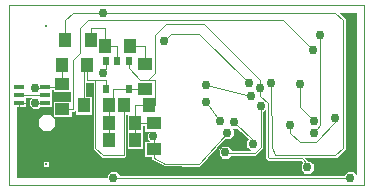
<source format=gbr>
G04 PROTEUS GERBER X2 FILE*
%TF.GenerationSoftware,Labcenter,Proteus,8.5-SP0-Build22067*%
%TF.CreationDate,2018-05-10T14:10:55+00:00*%
%TF.FileFunction,Copper,L16,Bot*%
%TF.FilePolarity,Positive*%
%TF.Part,Single*%
%FSLAX45Y45*%
%MOMM*%
G01*
%TA.AperFunction,Conductor*%
%ADD10C,0.100000*%
%TA.AperFunction,ViaPad*%
%ADD11C,0.762000*%
%AMPPAD003*
4,1,20,
-0.063500,-0.038100,
-0.063500,0.038100,
-0.061540,0.048090,
-0.056160,0.056160,
-0.048090,0.061540,
-0.038100,0.063500,
0.038100,0.063500,
0.048090,0.061540,
0.056160,0.056160,
0.061540,0.048090,
0.063500,0.038100,
0.063500,-0.038100,
0.061540,-0.048090,
0.056160,-0.056160,
0.048090,-0.061540,
0.038100,-0.063500,
-0.038100,-0.063500,
-0.048090,-0.061540,
-0.056160,-0.056160,
-0.061540,-0.048090,
-0.063500,-0.038100,
0*%
%TA.AperFunction,WasherPad*%
%ADD13PPAD003*%
%TA.AperFunction,SMDPad,CuDef*%
%ADD29R,0.508000X0.635000*%
%ADD15R,1.016000X1.270000*%
%ADD26R,1.270000X1.016000*%
%ADD72R,0.889000X0.406400*%
%TA.AperFunction,Profile*%
%ADD28C,0.101600*%
G36*
X+1446500Y-669088D02*
X+1420113Y-642701D01*
X+1373887Y-642701D01*
X+1341201Y-675387D01*
X+1341201Y-675801D01*
X-554201Y-675801D01*
X-554201Y-675387D01*
X-586887Y-642701D01*
X-633113Y-642701D01*
X-665799Y-675387D01*
X-665799Y-696500D01*
X-1426500Y-696500D01*
X-1426500Y-103019D01*
X-1347851Y-103019D01*
X-1347851Y-22699D01*
X-1308111Y-22699D01*
X-1325799Y-40387D01*
X-1325799Y-86613D01*
X-1293113Y-119299D01*
X-1246887Y-119299D01*
X-1230607Y-103019D01*
X-1127851Y-103019D01*
X-1127851Y+42301D01*
X-1124559Y+42301D01*
X-1124559Y+24981D01*
X-975199Y+24981D01*
X-975199Y-51381D01*
X-1124559Y-51381D01*
X-1124559Y-182629D01*
X-1149887Y-157301D01*
X-1210113Y-157301D01*
X-1252699Y-199887D01*
X-1252699Y-260113D01*
X-1210113Y-302699D01*
X-1149887Y-302699D01*
X-1107301Y-260113D01*
X-1107301Y-199887D01*
X-1118809Y-188379D01*
X-962161Y-188379D01*
X-962161Y-142579D01*
X-943099Y-142579D01*
X-931859Y-131339D01*
X-931859Y-167719D01*
X-794861Y-167719D01*
X-794861Y-5321D01*
X-840661Y-5321D01*
X-840661Y+105560D01*
X-839402Y+104301D01*
X-784699Y+104301D01*
X-784699Y-453901D01*
X-707901Y-530699D01*
X-513959Y-530699D01*
X-500661Y-517401D01*
X-500661Y-167719D01*
X-498499Y-167719D01*
X-498499Y-457719D01*
X-361501Y-457719D01*
X-361501Y-262699D01*
X-351199Y-262699D01*
X-351199Y-308499D01*
X-312779Y-308499D01*
X-327172Y-322892D01*
X-327172Y-369118D01*
X-311429Y-384861D01*
X-351199Y-384861D01*
X-351199Y-521859D01*
X-292699Y-521859D01*
X-292699Y-537200D01*
X-286128Y-548045D01*
X-178455Y-604272D01*
X+116936Y-608923D01*
X+125993Y-604952D01*
X+333315Y-373299D01*
X+375253Y-373299D01*
X+407939Y-340613D01*
X+407939Y-294387D01*
X+399351Y-285799D01*
X+433113Y-285799D01*
X+434555Y-284357D01*
X+531690Y-374918D01*
X+515701Y-390907D01*
X+515701Y-437133D01*
X+544738Y-466170D01*
X+391454Y-466170D01*
X+391454Y-460666D01*
X+358768Y-427980D01*
X+312542Y-427980D01*
X+279856Y-460666D01*
X+279856Y-506892D01*
X+312542Y-539578D01*
X+358768Y-539578D01*
X+386778Y-511568D01*
X+600032Y-511568D01*
X+660371Y-451229D01*
X+660371Y-144241D01*
X+660785Y-144241D01*
X+675801Y-129225D01*
X+675801Y-531890D01*
X+700644Y-556733D01*
X+974633Y-556733D01*
X+989494Y-571594D01*
X+974201Y-586887D01*
X+974201Y-633113D01*
X+1006887Y-665799D01*
X+1053113Y-665799D01*
X+1085799Y-633113D01*
X+1085799Y-586887D01*
X+1053113Y-554201D01*
X+1036301Y-554201D01*
X+1012799Y-530699D01*
X+1279401Y-530699D01*
X+1356199Y-453901D01*
X+1356199Y+644401D01*
X+1304100Y+696500D01*
X+1446500Y+696500D01*
X+1446500Y-669088D01*
G37*
%LPC*%
G36*
X-1204049Y-609049D02*
X-1204049Y-560951D01*
X-1155951Y-560951D01*
X-1155951Y-609049D01*
X-1204049Y-609049D01*
G37*
G36*
X-262810Y-644962D02*
X-262810Y-625038D01*
X-248722Y-610950D01*
X-228798Y-610950D01*
X-214710Y-625038D01*
X-214710Y-644962D01*
X-228798Y-659050D01*
X-248722Y-659050D01*
X-262810Y-644962D01*
G37*
%LPD*%
D10*
X-1190000Y+0D02*
X-1190000Y-1D01*
X-1270000Y-1D01*
X-1270001Y+0D01*
X-1410000Y+0D01*
X-1190000Y+65000D02*
X-1043360Y+65000D01*
X-1043360Y+93480D01*
X-1043360Y+253480D01*
X-1270000Y-63500D02*
X-1268500Y-65000D01*
X-1190000Y-65000D01*
X-1190000Y+65000D02*
X-1190000Y+63500D01*
X-1270000Y+63500D01*
X-762000Y+127000D02*
X-669880Y+127000D01*
X-669880Y+51560D01*
X-830000Y+127000D02*
X-762000Y+127000D01*
X-762000Y+51560D02*
X-762000Y-444500D01*
X-698500Y-508000D01*
X-523360Y-508000D01*
X-523360Y-86520D01*
X-762000Y+51560D02*
X-762000Y+127000D01*
X-830000Y+253480D02*
X-830000Y+127000D01*
X-683360Y+413480D02*
X-575900Y+413480D01*
X-575900Y+290320D01*
X-683360Y+413480D02*
X-683360Y+571500D01*
X-803360Y+571500D01*
X-803360Y+463480D01*
X-470000Y+413480D02*
X-343360Y+413480D01*
X-343360Y+263480D01*
X+1079500Y+381000D02*
X+825500Y+635000D01*
X-825500Y+635000D01*
X-889000Y+571500D01*
X-889000Y+358480D01*
X-952500Y+294980D01*
X-952500Y-119880D01*
X-1043360Y-119880D01*
X-643360Y-236520D02*
X-643360Y-376520D01*
X-698500Y+698500D02*
X-952500Y+698500D01*
X-1016720Y+634280D01*
X-1016720Y+463480D01*
X-698500Y+190500D02*
X-669880Y+219120D01*
X-669880Y+290320D01*
X-430000Y-240000D02*
X-270000Y-240000D01*
X-430000Y-240000D02*
X-430000Y-376520D01*
X-317500Y+127000D02*
X-381000Y+127000D01*
X-479380Y+225380D01*
X-479380Y+290320D01*
X-310000Y-86520D02*
X-430000Y-86520D01*
X-430000Y-236520D01*
X-310000Y-86520D02*
X-254000Y-86520D01*
X-254000Y+127000D01*
X-317500Y+127000D01*
X-430000Y-236520D02*
X-430000Y-240000D01*
X-610000Y-698500D02*
X+1397000Y-698500D01*
X-830000Y+253480D02*
X-863360Y+253480D01*
X-863360Y-86520D01*
X-650000Y-86520D02*
X-650000Y-236520D01*
X-643360Y-236520D01*
X-479380Y+51560D02*
X-610000Y+51560D01*
X-610000Y-86520D01*
X-650000Y-86520D01*
X-479380Y+51560D02*
X-479380Y+50000D01*
X-343360Y+50000D01*
X-343360Y+50120D01*
X+637672Y-88442D02*
X+637672Y-441828D01*
X+590631Y-488869D01*
X+340745Y-488869D01*
X+335655Y-483779D01*
X-270000Y-453360D02*
X-270000Y-347378D01*
X-271373Y-346005D01*
X+553720Y-5080D02*
X+177800Y+88900D01*
X+1030000Y-610000D02*
X+1030000Y-580000D01*
X+984034Y-534034D01*
X+710047Y-534034D01*
X+698500Y-522487D01*
X+698500Y-68500D01*
X+635000Y-5000D01*
X+635000Y+63500D01*
X-698500Y+698500D02*
X+1270000Y+698500D01*
X+1333500Y+635000D01*
X+1333500Y-444500D01*
X+1270000Y-508000D01*
X+762000Y-508000D01*
X+730000Y-440000D01*
X+723900Y+104140D01*
X+352140Y-317500D02*
X+112350Y-586150D01*
X-172720Y-581660D01*
X-270000Y-530860D01*
X-270000Y-453360D01*
X-238760Y-635000D02*
X-259000Y-630000D01*
X-830000Y-630000D01*
X-970000Y-670000D01*
X-1330000Y-670000D01*
X-1410000Y-558500D01*
X-1410000Y-65000D01*
X+571500Y-414020D02*
X+571500Y-381000D01*
X+410000Y-230000D01*
X+1270000Y-190500D02*
X+1270000Y-231140D01*
X+1102360Y-398780D01*
X+970280Y-398780D01*
X+889000Y-317500D01*
X+889000Y-254000D01*
X+1143000Y+508000D02*
X+1143000Y-254000D01*
X+1090263Y-324591D01*
X+970000Y+90000D02*
X+970000Y-103584D01*
X+1084580Y-218440D01*
X+170000Y-60000D02*
X+294488Y-221954D01*
X-317500Y+127000D02*
X-254000Y+190500D01*
X-254000Y+508000D01*
X-163270Y+598730D01*
X+160730Y+598730D01*
X+635000Y+124460D01*
X+635000Y+63500D01*
X+533936Y+100404D02*
X+116662Y+517678D01*
X-123890Y+517678D01*
X-180329Y+461239D01*
D11*
X-1270000Y-63500D03*
X-1270000Y+63500D03*
X+1079500Y+381000D03*
X-698500Y+190500D03*
X+1397000Y-698500D03*
X-610000Y-698500D03*
X+637672Y-88442D03*
X+335655Y-483779D03*
X-271373Y-346005D03*
X+553720Y-5080D03*
X+177800Y+88900D03*
X+1030000Y-610000D03*
X-698500Y+698500D03*
X+723900Y+104140D03*
X+352140Y-317500D03*
X-238760Y-635000D03*
X+571500Y-414020D03*
X+410000Y-230000D03*
X+1270000Y-190500D03*
X+889000Y-254000D03*
X+1143000Y+508000D03*
X+1090263Y-324591D03*
X+970000Y+90000D03*
X+1084580Y-218440D03*
X+170000Y-60000D03*
X+294488Y-221954D03*
X+635000Y+63500D03*
X+533936Y+100404D03*
X-180329Y+461239D03*
D10*
X+1446500Y-669088D02*
X+1420113Y-642701D01*
X+1373887Y-642701D01*
X+1341201Y-675387D01*
X+1341201Y-675801D01*
X-554201Y-675801D01*
X-554201Y-675387D01*
X-586887Y-642701D01*
X-633113Y-642701D01*
X-665799Y-675387D01*
X-665799Y-696500D01*
X-1426500Y-696500D01*
X-1426500Y-103019D01*
X-1347851Y-103019D01*
X-1347851Y-22699D01*
X-1308111Y-22699D01*
X-1325799Y-40387D01*
X-1325799Y-86613D01*
X-1293113Y-119299D01*
X-1246887Y-119299D01*
X-1230607Y-103019D01*
X-1127851Y-103019D01*
X-1127851Y+42301D01*
X-1124559Y+42301D01*
X-1124559Y+24981D01*
X-975199Y+24981D01*
X-975199Y-51381D01*
X-1124559Y-51381D01*
X-1124559Y-182629D01*
X-1149887Y-157301D01*
X-1210113Y-157301D01*
X-1252699Y-199887D01*
X-1252699Y-260113D01*
X-1210113Y-302699D01*
X-1149887Y-302699D01*
X-1107301Y-260113D01*
X-1107301Y-199887D01*
X-1118809Y-188379D01*
X-962161Y-188379D01*
X-962161Y-142579D01*
X-943099Y-142579D01*
X-931859Y-131339D01*
X-931859Y-167719D01*
X-794861Y-167719D01*
X-794861Y-5321D01*
X-840661Y-5321D01*
X-840661Y+105560D01*
X-839402Y+104301D01*
X-784699Y+104301D01*
X-784699Y-453901D01*
X-707901Y-530699D01*
X-513959Y-530699D01*
X-500661Y-517401D01*
X-500661Y-167719D01*
X-498499Y-167719D01*
X-498499Y-457719D01*
X-361501Y-457719D01*
X-361501Y-262699D01*
X-351199Y-262699D01*
X-351199Y-308499D01*
X-312779Y-308499D01*
X-327172Y-322892D01*
X-327172Y-369118D01*
X-311429Y-384861D01*
X-351199Y-384861D01*
X-351199Y-521859D01*
X-292699Y-521859D01*
X-292699Y-537200D01*
X-286128Y-548045D01*
X-178455Y-604272D01*
X+116936Y-608923D01*
X+125993Y-604952D01*
X+333315Y-373299D01*
X+375253Y-373299D01*
X+407939Y-340613D01*
X+407939Y-294387D01*
X+399351Y-285799D01*
X+433113Y-285799D01*
X+434555Y-284357D01*
X+531690Y-374918D01*
X+515701Y-390907D01*
X+515701Y-437133D01*
X+544738Y-466170D01*
X+391454Y-466170D01*
X+391454Y-460666D01*
X+358768Y-427980D01*
X+312542Y-427980D01*
X+279856Y-460666D01*
X+279856Y-506892D01*
X+312542Y-539578D01*
X+358768Y-539578D01*
X+386778Y-511568D01*
X+600032Y-511568D01*
X+660371Y-451229D01*
X+660371Y-144241D01*
X+660785Y-144241D01*
X+675801Y-129225D01*
X+675801Y-531890D01*
X+700644Y-556733D01*
X+974633Y-556733D01*
X+989494Y-571594D01*
X+974201Y-586887D01*
X+974201Y-633113D01*
X+1006887Y-665799D01*
X+1053113Y-665799D01*
X+1085799Y-633113D01*
X+1085799Y-586887D01*
X+1053113Y-554201D01*
X+1036301Y-554201D01*
X+1012799Y-530699D01*
X+1279401Y-530699D01*
X+1356199Y-453901D01*
X+1356199Y+644401D01*
X+1304100Y+696500D01*
X+1446500Y+696500D01*
X+1446500Y-669088D01*
X-1204049Y-609049D02*
X-1204049Y-560951D01*
X-1155951Y-560951D01*
X-1155951Y-609049D01*
X-1204049Y-609049D01*
X-262810Y-644962D02*
X-262810Y-625038D01*
X-248722Y-610950D01*
X-228798Y-610950D01*
X-214710Y-625038D01*
X-214710Y-644962D01*
X-228798Y-659050D01*
X-248722Y-659050D01*
X-262810Y-644962D01*
X-1410000Y-103019D02*
X-1410000Y-65000D01*
X-1347851Y-65000D02*
X-1410000Y-65000D01*
D13*
X-1180000Y-585000D03*
X-1180000Y+585000D03*
D29*
X-669880Y+290320D03*
X-575900Y+290320D03*
X-479380Y+290320D03*
X-479380Y+51560D03*
X-669880Y+51560D03*
D15*
X-1016720Y+463480D03*
X-803360Y+463480D03*
X-683360Y+413480D03*
X-470000Y+413480D03*
D26*
X-343360Y+263480D03*
X-343360Y+50120D03*
D15*
X-310000Y-86520D03*
X-523360Y-86520D03*
X-863360Y-86520D03*
X-650000Y-86520D03*
X-1043360Y+253480D03*
X-830000Y+253480D03*
D72*
X-1190000Y+65000D03*
X-1190000Y+0D03*
X-1190000Y-65000D03*
X-1410000Y-65000D03*
X-1410000Y+0D03*
X-1410000Y+65000D03*
D26*
X-1043360Y-119880D03*
X-1043360Y+93480D03*
X-270000Y-453360D03*
X-270000Y-240000D03*
D15*
X-643360Y-236520D03*
X-430000Y-236520D03*
X-643360Y-376520D03*
X-430000Y-376520D03*
D28*
X-1490000Y-760000D02*
X+1510000Y-760000D01*
X+1510000Y+760000D01*
X-1490000Y+760000D01*
X-1490000Y-760000D01*
M02*

</source>
